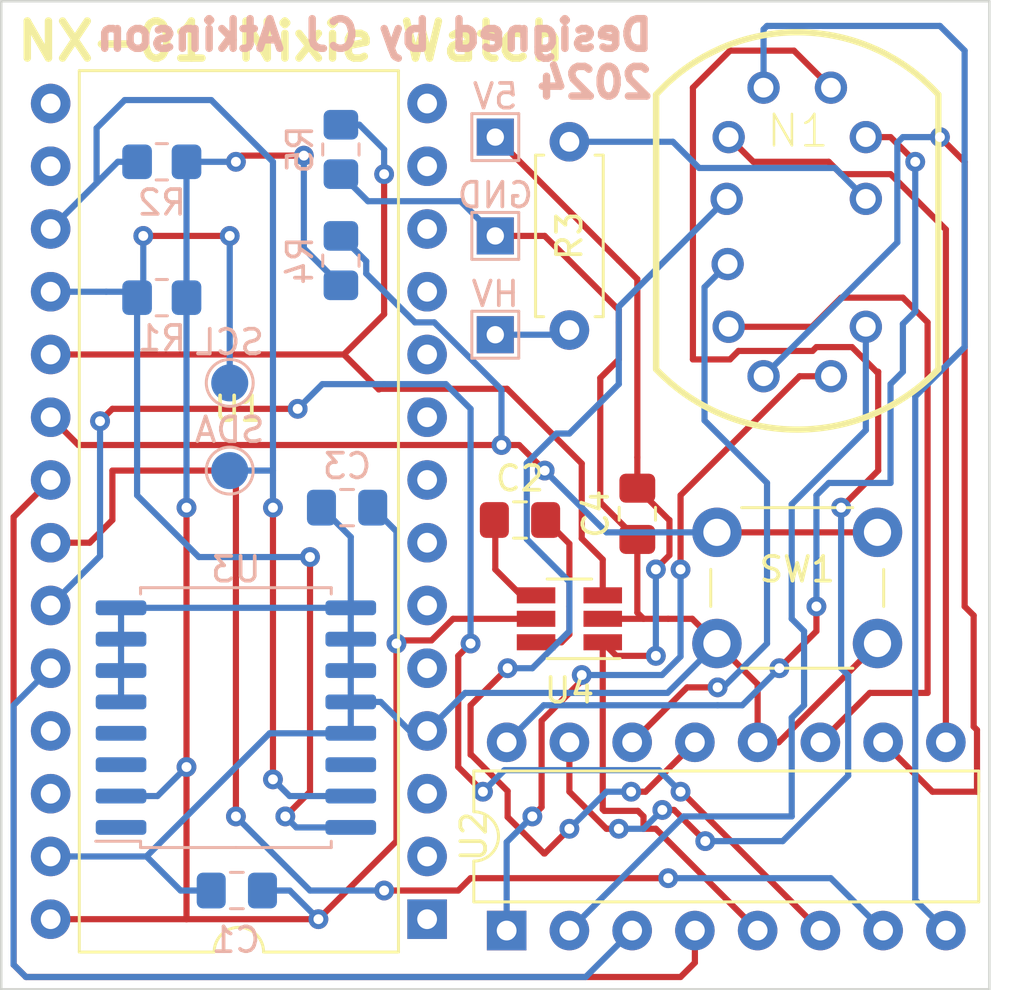
<source format=kicad_pcb>
(kicad_pcb (version 20221018) (generator pcbnew)
  (layers (0 "F.Cu" signal) (31 "B.Cu" signal) (34 "B.Paste" user) (35 "F.Paste" user) (36 "B.SilkS" user "B.Silkscreen") (37 "F.SilkS" user "F.Silkscreen") (38 "B.Mask" user) (39 "F.Mask" user) (44 "Edge.Cuts" user))
  (net 0 "")
  (net 1 "+BATT")
  (net 2 "GND")
  (net 3 "Net-(U4-C-)")
  (net 4 "Net-(U4-C+)")
  (net 5 "Net-(5V1-Pin_1)")
  (net 6 "Net-(N1-PadA)")
  (net 7 "Net-(U2-9)")
  (net 8 "Net-(U2-8)")
  (net 9 "Net-(U2-7)")
  (net 10 "Net-(U2-6)")
  (net 11 "Net-(U2-5)")
  (net 12 "Net-(U2-4)")
  (net 13 "Net-(U2-3)")
  (net 14 "Net-(U2-2)")
  (net 15 "Net-(U2-1)")
  (net 16 "Net-(U2-0)")
  (net 17 "Net-(HV1-Pin_1)")
  (net 18 "Net-(SCL1-Pin_1)")
  (net 19 "Net-(U1-D7)")
  (net 24 "Net-(U1-D5)")
  (net 25 "Net-(U1-D9)")
  (net 26 "Net-(U1-D10)")
  (net 27 "Net-(U1-D11)")
  (net 28 "Net-(U1-D12)")
  (net 35 "Net-(SDA1-Pin_1)")
  (footprint "nixies-us:nixies-us-IN-17" (layer "F.Cu") (at 202.22378 49.4986)
    (fp_text reference "N1" (at 0.02622 -4.2486 180) (layer "F.SilkS") (effects (font (size 1.27 1.27) (thickness 0.1016))))
    (fp_text value "IN-17" hide)
    (pad "" np_thru_hole circle (at 0 0) (size 3.99796 3.99796) (drill 3.99796) (layers "*.Cu" "*.Mask"))
    (pad "0" thru_hole circle (at 2.77622 -3.99796) (size 1.30556 1.30556) (drill 0.79756) (layers "*.Cu" "*.Mask") (net 16 "Net-(U2-0)"))
    (pad "1" thru_hole circle (at 1.36398 -5.99948) (size 1.30556 1.30556) (drill 0.79756) (layers "*.Cu" "*.Mask") (net 15 "Net-(U2-1)"))
    (pad "2" thru_hole circle (at -1.36398 -5.99948) (size 1.30556 1.30556) (drill 0.79756) (layers "*.Cu" "*.Mask") (net 14 "Net-(U2-2)"))
    (pad "3" thru_hole circle (at -2.77622 -3.99796) (size 1.30556 1.30556) (drill 0.79756) (layers "*.Cu" "*.Mask") (net 13 "Net-(U2-3)"))
    (pad "4" thru_hole circle (at -2.8575 -1.4986) (size 1.30556 1.30556) (drill 0.79756) (layers "*.Cu" "*.Mask") (net 12 "Net-(U2-4)"))
    (pad "5" thru_hole circle (at -2.81686 1.14046) (size 1.30556 1.30556) (drill 0.79756) (layers "*.Cu" "*.Mask") (net 11 "Net-(U2-5)"))
    (pad "6" thru_hole circle (at -2.77622 3.68046) (size 1.30556 1.30556) (drill 0.79756) (layers "*.Cu" "*.Mask") (net 10 "Net-(U2-6)"))
    (pad "7" thru_hole circle (at -1.36398 5.68198) (size 1.30556 1.30556) (drill 0.79756) (layers "*.Cu" "*.Mask") (net 9 "Net-(U2-7)"))
    (pad "8" thru_hole circle (at 1.36398 5.68198) (size 1.30556 1.30556) (drill 0.79756) (layers "*.Cu" "*.Mask") (net 8 "Net-(U2-8)"))
    (pad "9" thru_hole circle (at 2.77622 3.68046) (size 1.30556 1.30556) (drill 0.79756) (layers "*.Cu" "*.Mask") (net 7 "Net-(U2-9)"))
    (pad "A" thru_hole circle (at 2.77622 -1.4986) (size 1.30556 1.30556) (drill 0.79756) (layers "*.Cu" "*.Mask") (net 6 "Net-(N1-PadA)"))
  )
  (footprint "Capacitor_SMD:C_0805_2012Metric_Pad1.18x1.45mm_HandSolder" (layer "F.Cu") (at 191 61)
    (fp_text reference "C2" (at 0 -1.68) (layer "F.SilkS"))
    (fp_text value "1uF")
    (pad "1" smd roundrect (at -1.0375 0) (size 1.175 1.45) (layers "F.Cu" "F.Paste" "F.Mask") (roundrect_rratio 0.212766) (net 3 "Net-(U4-C-)"))
    (pad "2" smd roundrect (at 1.0375 0) (size 1.175 1.45) (layers "F.Cu" "F.Paste" "F.Mask") (roundrect_rratio 0.212766) (net 4 "Net-(U4-C+)"))
  )
  (footprint "Button_Switch_THT:SW_PUSH_6mm_H4.3mm" (layer "F.Cu") (at 198.97251 61.5)
    (fp_text reference "SW1" (at 3.25 1.5) (layer "F.SilkS"))
    (fp_text value "SW_Push")
    (pad "1" thru_hole circle (at 0 0 90) (size 2 2) (drill 1.1) (layers "*.Cu" "*.Mask") (net 19 "Net-(U1-D7)"))
    (pad "1" thru_hole circle (at 6.5 0 90) (size 2 2) (drill 1.1) (layers "*.Cu" "*.Mask") (net 19 "Net-(U1-D7)"))
    (pad "2" thru_hole circle (at 0 4.5 90) (size 2 2) (drill 1.1) (layers "*.Cu" "*.Mask") (net 2 "GND"))
    (pad "2" thru_hole circle (at 6.5 4.5 90) (size 2 2) (drill 1.1) (layers "*.Cu" "*.Mask") (net 2 "GND"))
  )
  (footprint "Package_DIP:DIP-28_W15.24mm" (layer "F.Cu") (at 187.24 77.16 180)
    (fp_text reference "U1" (at 7.62 20.66) (layer "F.SilkS"))
    (fp_text value "~")
    (pad "1" thru_hole rect (at 0 0 180) (size 1.6 1.6) (drill 0.8) (layers "*.Cu" "*.Mask"))
    (pad "2" thru_hole oval (at 0 2.54 180) (size 1.6 1.6) (drill 0.8) (layers "*.Cu" "*.Mask"))
    (pad "3" thru_hole oval (at 0 5.08 180) (size 1.6 1.6) (drill 0.8) (layers "*.Cu" "*.Mask"))
    (pad "4" thru_hole oval (at 0 7.62 180) (size 1.6 1.6) (drill 0.8) (layers "*.Cu" "*.Mask") (net 2 "GND"))
    (pad "5" thru_hole oval (at 0 10.16 180) (size 1.6 1.6) (drill 0.8) (layers "*.Cu" "*.Mask"))
    (pad "6" thru_hole oval (at 0 12.7 180) (size 1.6 1.6) (drill 0.8) (layers "*.Cu" "*.Mask"))
    (pad "7" thru_hole oval (at 0 15.24 180) (size 1.6 1.6) (drill 0.8) (layers "*.Cu" "*.Mask"))
    (pad "8" thru_hole oval (at 0 17.78 180) (size 1.6 1.6) (drill 0.8) (layers "*.Cu" "*.Mask"))
    (pad "9" thru_hole oval (at 0 20.32 180) (size 1.6 1.6) (drill 0.8) (layers "*.Cu" "*.Mask"))
    (pad "10" thru_hole oval (at 0 22.86 180) (size 1.6 1.6) (drill 0.8) (layers "*.Cu" "*.Mask"))
    (pad "11" thru_hole oval (at 0 25.4 180) (size 1.6 1.6) (drill 0.8) (layers "*.Cu" "*.Mask"))
    (pad "12" thru_hole oval (at 0 27.94 180) (size 1.6 1.6) (drill 0.8) (layers "*.Cu" "*.Mask"))
    (pad "13" thru_hole oval (at 0 30.48 180) (size 1.6 1.6) (drill 0.8) (layers "*.Cu" "*.Mask"))
    (pad "14" thru_hole oval (at 0 33.02 180) (size 1.6 1.6) (drill 0.8) (layers "*.Cu" "*.Mask"))
    (pad "15" thru_hole oval (at 15.24 33.02 180) (size 1.6 1.6) (drill 0.8) (layers "*.Cu" "*.Mask"))
    (pad "16" thru_hole oval (at 15.24 30.48 180) (size 1.6 1.6) (drill 0.8) (layers "*.Cu" "*.Mask"))
    (pad "17" thru_hole oval (at 15.24 27.94 180) (size 1.6 1.6) (drill 0.8) (layers "*.Cu" "*.Mask") (net 35 "Net-(SDA1-Pin_1)"))
    (pad "18" thru_hole oval (at 15.24 25.4 180) (size 1.6 1.6) (drill 0.8) (layers "*.Cu" "*.Mask") (net 18 "Net-(SCL1-Pin_1)"))
    (pad "19" thru_hole oval (at 15.24 22.86 180) (size 1.6 1.6) (drill 0.8) (layers "*.Cu" "*.Mask") (net 24 "Net-(U1-D5)"))
    (pad "20" thru_hole oval (at 15.24 20.32 180) (size 1.6 1.6) (drill 0.8) (layers "*.Cu" "*.Mask") (net 19 "Net-(U1-D7)"))
    (pad "21" thru_hole oval (at 15.24 17.78 180) (size 1.6 1.6) (drill 0.8) (layers "*.Cu" "*.Mask") (net 25 "Net-(U1-D9)"))
    (pad "22" thru_hole oval (at 15.24 15.24 180) (size 1.6 1.6) (drill 0.8) (layers "*.Cu" "*.Mask") (net 26 "Net-(U1-D10)"))
    (pad "23" thru_hole oval (at 15.24 12.7 180) (size 1.6 1.6) (drill 0.8) (layers "*.Cu" "*.Mask") (net 27 "Net-(U1-D11)"))
    (pad "24" thru_hole oval (at 15.24 10.16 180) (size 1.6 1.6) (drill 0.8) (layers "*.Cu" "*.Mask") (net 28 "Net-(U1-D12)"))
    (pad "25" thru_hole oval (at 15.24 7.62 180) (size 1.6 1.6) (drill 0.8) (layers "*.Cu" "*.Mask"))
    (pad "26" thru_hole oval (at 15.24 5.08 180) (size 1.6 1.6) (drill 0.8) (layers "*.Cu" "*.Mask"))
    (pad "27" thru_hole oval (at 15.24 2.54 180) (size 1.6 1.6) (drill 0.8) (layers "*.Cu" "*.Mask") (net 2 "GND"))
    (pad "28" thru_hole oval (at 15.24 0 180) (size 1.6 1.6) (drill 0.8) (layers "*.Cu" "*.Mask") (net 1 "+BATT"))
  )
  (footprint "Resistor_THT:R_Axial_DIN0207_L6.3mm_D2.5mm_P7.62mm_Horizontal" (layer "F.Cu") (at 193 53.31 90)
    (fp_text reference "R3" (at 3.81 0 90) (layer "F.SilkS"))
    (fp_text value "39K 1/4W")
    (pad "1" thru_hole circle (at 0 0 90) (size 1.6 1.6) (drill 0.8) (layers "*.Cu" "*.Mask") (net 17 "Net-(HV1-Pin_1)"))
    (pad "2" thru_hole oval (at 7.62 0 90) (size 1.6 1.6) (drill 0.8) (layers "*.Cu" "*.Mask") (net 6 "Net-(N1-PadA)"))
  )
  (footprint "Capacitor_SMD:C_0805_2012Metric_Pad1.18x1.45mm_HandSolder" (layer "F.Cu") (at 195.75 60.75 90)
    (fp_text reference "C4" (at 0 -1.68 90) (layer "F.SilkS"))
    (fp_text value "10uF")
    (pad "1" smd roundrect (at -1.0375 0 90) (size 1.175 1.45) (layers "F.Cu" "F.Paste" "F.Mask") (roundrect_rratio 0.212766) (net 2 "GND"))
    (pad "2" smd roundrect (at 1.0375 0 90) (size 1.175 1.45) (layers "F.Cu" "F.Paste" "F.Mask") (roundrect_rratio 0.212766) (net 5 "Net-(5V1-Pin_1)"))
  )
  (footprint "Package_TO_SOT_SMD:SOT-23-6_Handsoldering" (layer "F.Cu") (at 193 65 180)
    (fp_text reference "U4" (at 0 -2.9) (layer "F.SilkS"))
    (fp_text value "AP3602A")
    (pad "1" smd rect (at -1.35 -0.95 180) (size 1.56 0.65) (layers "F.Cu" "F.Paste" "F.Mask") (net 5 "Net-(5V1-Pin_1)"))
    (pad "2" smd rect (at -1.35 0 180) (size 1.56 0.65) (layers "F.Cu" "F.Paste" "F.Mask") (net 2 "GND"))
    (pad "3" smd rect (at -1.35 0.95 180) (size 1.56 0.65) (layers "F.Cu" "F.Paste" "F.Mask") (net 24 "Net-(U1-D5)"))
    (pad "4" smd rect (at 1.35 0.95 180) (size 1.56 0.65) (layers "F.Cu" "F.Paste" "F.Mask") (net 3 "Net-(U4-C-)"))
    (pad "5" smd rect (at 1.35 0 180) (size 1.56 0.65) (layers "F.Cu" "F.Paste" "F.Mask") (net 1 "+BATT"))
    (pad "6" smd rect (at 1.35 -0.95 180) (size 1.56 0.65) (layers "F.Cu" "F.Paste" "F.Mask") (net 4 "Net-(U4-C+)"))
  )
  (footprint "Package_DIP:DIP-16_W7.62mm" (layer "F.Cu") (at 190.46 77.62 90)
    (fp_text reference "U2" (at 3.81 -1.33 90) (layer "F.SilkS"))
    (fp_text value "74141")
    (pad "1" thru_hole rect (at 0 0 90) (size 1.6 1.6) (drill 0.8) (layers "*.Cu" "*.Mask") (net 8 "Net-(U2-8)"))
    (pad "2" thru_hole oval (at 0 2.54 90) (size 1.6 1.6) (drill 0.8) (layers "*.Cu" "*.Mask") (net 7 "Net-(U2-9)"))
    (pad "3" thru_hole oval (at 0 5.08 90) (size 1.6 1.6) (drill 0.8) (layers "*.Cu" "*.Mask") (net 28 "Net-(U1-D12)"))
    (pad "4" thru_hole oval (at 0 7.62 90) (size 1.6 1.6) (drill 0.8) (layers "*.Cu" "*.Mask") (net 25 "Net-(U1-D9)"))
    (pad "5" thru_hole oval (at 0 10.16 90) (size 1.6 1.6) (drill 0.8) (layers "*.Cu" "*.Mask") (net 5 "Net-(5V1-Pin_1)"))
    (pad "6" thru_hole oval (at 0 12.7 90) (size 1.6 1.6) (drill 0.8) (layers "*.Cu" "*.Mask") (net 27 "Net-(U1-D11)"))
    (pad "7" thru_hole oval (at 0 15.24 90) (size 1.6 1.6) (drill 0.8) (layers "*.Cu" "*.Mask") (net 26 "Net-(U1-D10)"))
    (pad "8" thru_hole oval (at 0 17.78 90) (size 1.6 1.6) (drill 0.8) (layers "*.Cu" "*.Mask") (net 14 "Net-(U2-2)"))
    (pad "9" thru_hole oval (at 7.62 17.78 90) (size 1.6 1.6) (drill 0.8) (layers "*.Cu" "*.Mask") (net 13 "Net-(U2-3)"))
    (pad "10" thru_hole oval (at 7.62 15.24 90) (size 1.6 1.6) (drill 0.8) (layers "*.Cu" "*.Mask") (net 9 "Net-(U2-7)"))
    (pad "11" thru_hole oval (at 7.62 12.7 90) (size 1.6 1.6) (drill 0.8) (layers "*.Cu" "*.Mask") (net 10 "Net-(U2-6)"))
    (pad "12" thru_hole oval (at 7.62 10.16 90) (size 1.6 1.6) (drill 0.8) (layers "*.Cu" "*.Mask") (net 2 "GND"))
    (pad "13" thru_hole oval (at 7.62 7.62 90) (size 1.6 1.6) (drill 0.8) (layers "*.Cu" "*.Mask") (net 12 "Net-(U2-4)"))
    (pad "14" thru_hole oval (at 7.62 5.08 90) (size 1.6 1.6) (drill 0.8) (layers "*.Cu" "*.Mask") (net 11 "Net-(U2-5)"))
    (pad "15" thru_hole oval (at 7.62 2.54 90) (size 1.6 1.6) (drill 0.8) (layers "*.Cu" "*.Mask") (net 15 "Net-(U2-1)"))
    (pad "16" thru_hole oval (at 7.62 0 90) (size 1.6 1.6) (drill 0.8) (layers "*.Cu" "*.Mask") (net 16 "Net-(U2-0)"))
  )
  (footprint "TestPoint:TestPoint_THTPad_1.5x1.5mm_Drill0.7mm" (layer "B.Cu") (at 190 45.5 180)
    (fp_text reference "5V" (at 0 1.648) (layer "B.SilkS") (effects (justify mirror)))
    (fp_text value "5V")
    (pad "1" thru_hole rect (at 0 0 180) (size 1.5 1.5) (drill 0.7) (layers "*.Cu" "*.Mask") (net 5 "Net-(5V1-Pin_1)"))
  )
  (footprint "Resistor_SMD:R_0805_2012Metric_Pad1.20x1.40mm_HandSolder" (layer "B.Cu") (at 176.5 46.5)
    (fp_text reference "R2" (at 0 1.65) (layer "B.SilkS") (effects (justify mirror)))
    (fp_text value "4.3K")
    (pad "1" smd roundrect (at -1 0) (size 1.2 1.4) (layers "B.Cu" "B.Paste" "B.Mask") (roundrect_rratio 0.208333) (net 35 "Net-(SDA1-Pin_1)"))
    (pad "2" smd roundrect (at 1 0) (size 1.2 1.4) (layers "B.Cu" "B.Paste" "B.Mask") (roundrect_rratio 0.208333) (net 1 "+BATT"))
  )
  (footprint "TestPoint:TestPoint_Pad_D1.5mm" (layer "B.Cu") (at 179.25 59 180)
    (fp_text reference "SDA" (at 0 1.648) (layer "B.SilkS") (effects (justify mirror)))
    (fp_text value "Conn_01x01_Pin")
    (pad "1" smd circle (at 0 0 180) (size 1.5 1.5) (layers "B.Cu" "B.Mask") (net 35 "Net-(SDA1-Pin_1)"))
  )
  (footprint "Resistor_SMD:R_0805_2012Metric_Pad1.20x1.40mm_HandSolder" (layer "B.Cu") (at 183.75 50.5 -90)
    (fp_text reference "R4" (at 0 1.65 90) (layer "B.SilkS") (effects (justify mirror)))
    (fp_text value "1K")
    (pad "1" smd roundrect (at -1 0 270) (size 1.2 1.4) (layers "B.Cu" "B.Paste" "B.Mask") (roundrect_rratio 0.208333) (net 19 "Net-(U1-D7)"))
    (pad "2" smd roundrect (at 1 0 270) (size 1.2 1.4) (layers "B.Cu" "B.Paste" "B.Mask") (roundrect_rratio 0.208333) (net 1 "+BATT"))
  )
  (footprint "TestPoint:TestPoint_THTPad_1.5x1.5mm_Drill0.7mm" (layer "B.Cu") (at 190 53.5 180)
    (fp_text reference "HV" (at 0 1.648) (layer "B.SilkS") (effects (justify mirror)))
    (fp_text value "HV")
    (pad "1" thru_hole rect (at 0 0 180) (size 1.5 1.5) (drill 0.7) (layers "*.Cu" "*.Mask") (net 17 "Net-(HV1-Pin_1)"))
  )
  (footprint "Resistor_SMD:R_0805_2012Metric_Pad1.20x1.40mm_HandSolder" (layer "B.Cu") (at 176.5 52)
    (fp_text reference "R1" (at 0 1.65) (layer "B.SilkS") (effects (justify mirror)))
    (fp_text value "4.3K")
    (pad "1" smd roundrect (at -1 0) (size 1.2 1.4) (layers "B.Cu" "B.Paste" "B.Mask") (roundrect_rratio 0.208333) (net 18 "Net-(SCL1-Pin_1)"))
    (pad "2" smd roundrect (at 1 0) (size 1.2 1.4) (layers "B.Cu" "B.Paste" "B.Mask") (roundrect_rratio 0.208333) (net 1 "+BATT"))
  )
  (footprint "TestPoint:TestPoint_THTPad_1.5x1.5mm_Drill0.7mm" (layer "B.Cu") (at 190 49.5 180)
    (fp_text reference "GND" (at 0 1.648) (layer "B.SilkS") (effects (justify mirror)))
    (fp_text value "GND")
    (pad "1" thru_hole rect (at 0 0 180) (size 1.5 1.5) (drill 0.7) (layers "*.Cu" "*.Mask") (net 2 "GND"))
  )
  (footprint "Resistor_SMD:R_0805_2012Metric_Pad1.20x1.40mm_HandSolder" (layer "B.Cu") (at 183.75 46 -90)
    (fp_text reference "R5" (at 0 1.65 90) (layer "B.SilkS") (effects (justify mirror)))
    (fp_text value "100K")
    (pad "1" smd roundrect (at -1 0 270) (size 1.2 1.4) (layers "B.Cu" "B.Paste" "B.Mask") (roundrect_rratio 0.208333) (net 24 "Net-(U1-D5)"))
    (pad "2" smd roundrect (at 1 0 270) (size 1.2 1.4) (layers "B.Cu" "B.Paste" "B.Mask") (roundrect_rratio 0.208333) (net 2 "GND"))
  )
  (footprint "Package_SO:SOIC-16W_7.5x10.3mm_P1.27mm" (layer "B.Cu") (at 179.5 69)
    (fp_text reference "U3" (at 0 -6) (layer "B.SilkS") (effects (justify mirror)))
    (fp_text value "DS3231M")
    (pad "1" smd roundrect (at -4.65 4.445) (size 2.05 0.6) (layers "B.Cu" "B.Paste" "B.Mask"))
    (pad "2" smd roundrect (at -4.65 3.175) (size 2.05 0.6) (layers "B.Cu" "B.Paste" "B.Mask") (net 1 "+BATT"))
    (pad "3" smd roundrect (at -4.65 1.905) (size 2.05 0.6) (layers "B.Cu" "B.Paste" "B.Mask"))
    (pad "4" smd roundrect (at -4.65 0.635) (size 2.05 0.6) (layers "B.Cu" "B.Paste" "B.Mask"))
    (pad "5" smd roundrect (at -4.65 -0.635) (size 2.05 0.6) (layers "B.Cu" "B.Paste" "B.Mask") (net 2 "GND"))
    (pad "6" smd roundrect (at -4.65 -1.905) (size 2.05 0.6) (layers "B.Cu" "B.Paste" "B.Mask") (net 2 "GND"))
    (pad "7" smd roundrect (at -4.65 -3.175) (size 2.05 0.6) (layers "B.Cu" "B.Paste" "B.Mask") (net 2 "GND"))
    (pad "8" smd roundrect (at -4.65 -4.445) (size 2.05 0.6) (layers "B.Cu" "B.Paste" "B.Mask") (net 2 "GND"))
    (pad "9" smd roundrect (at 4.65 -4.445) (size 2.05 0.6) (layers "B.Cu" "B.Paste" "B.Mask") (net 2 "GND"))
    (pad "10" smd roundrect (at 4.65 -3.175) (size 2.05 0.6) (layers "B.Cu" "B.Paste" "B.Mask") (net 2 "GND"))
    (pad "11" smd roundrect (at 4.65 -1.905) (size 2.05 0.6) (layers "B.Cu" "B.Paste" "B.Mask") (net 2 "GND"))
    (pad "12" smd roundrect (at 4.65 -0.635) (size 2.05 0.6) (layers "B.Cu" "B.Paste" "B.Mask") (net 2 "GND"))
    (pad "13" smd roundrect (at 4.65 0.635) (size 2.05 0.6) (layers "B.Cu" "B.Paste" "B.Mask") (net 2 "GND"))
    (pad "14" smd roundrect (at 4.65 1.905) (size 2.05 0.6) (layers "B.Cu" "B.Paste" "B.Mask"))
    (pad "15" smd roundrect (at 4.65 3.175) (size 2.05 0.6) (layers "B.Cu" "B.Paste" "B.Mask") (net 35 "Net-(SDA1-Pin_1)"))
    (pad "16" smd roundrect (at 4.65 4.445) (size 2.05 0.6) (layers "B.Cu" "B.Paste" "B.Mask") (net 18 "Net-(SCL1-Pin_1)"))
  )
  (footprint "Capacitor_SMD:C_0805_2012Metric_Pad1.18x1.45mm_HandSolder" (layer "B.Cu") (at 179.5375 76 180)
    (fp_text reference "C1" (at 0.0375 -2) (layer "B.SilkS") (effects (justify mirror)))
    (fp_text value "0.1-1uF")
    (pad "1" smd roundrect (at -1.0375 0 180) (size 1.175 1.45) (layers "B.Cu" "B.Paste" "B.Mask") (roundrect_rratio 0.212766) (net 1 "+BATT"))
    (pad "2" smd roundrect (at 1.0375 0 180) (size 1.175 1.45) (layers "B.Cu" "B.Paste" "B.Mask") (roundrect_rratio 0.212766) (net 2 "GND"))
  )
  (footprint "TestPoint:TestPoint_Pad_D1.5mm" (layer "B.Cu") (at 179.25 55.45 180)
    (fp_text reference "SCL" (at 0 1.648) (layer "B.SilkS") (effects (justify mirror)))
    (fp_text value "Conn_01x01_Pin")
    (pad "1" smd circle (at 0 0 180) (size 1.5 1.5) (layers "B.Cu" "B.Mask") (net 18 "Net-(SCL1-Pin_1)"))
  )
  (footprint "Capacitor_SMD:C_0805_2012Metric_Pad1.18x1.45mm_HandSolder" (layer "B.Cu") (at 184 60.5 180)
    (fp_text reference "C3" (at 0 1.68) (layer "B.SilkS") (effects (justify mirror)))
    (fp_text value "10uF")
    (pad "1" smd roundrect (at -1.0375 0 180) (size 1.175 1.45) (layers "B.Cu" "B.Paste" "B.Mask") (roundrect_rratio 0.212766) (net 1 "+BATT"))
    (pad "2" smd roundrect (at 1.0375 0 180) (size 1.175 1.45) (layers "B.Cu" "B.Paste" "B.Mask") (roundrect_rratio 0.212766) (net 2 "GND"))
  )
  (gr_line (start 210 80) (end 170 80) (stroke (width 0.1)) (layer "Edge.Cuts"))
  (gr_line (start 170 40) (end 210 40) (stroke (width 0.1)) (layer "Edge.Cuts"))
  (gr_line (start 210 40) (end 210 80) (stroke (width 0.1)) (layer "Edge.Cuts"))
  (gr_line (start 170 80) (end 170 40) (stroke (width 0.1)) (layer "Edge.Cuts"))
  (gr_text "Designed by CJ Atkinson\n2024" (at 196.5 44) (layer "B.SilkS") (effects (font (size 1.2 1.2) (thickness 0.3) bold) (justify left bottom mirror)))
  (gr_text "NX-01 Nixie Watch" (at 170.5 42.5) (layer "F.SilkS") (effects (font (size 1.5 1.5) (thickness 0.3) bold) (justify left bottom)))
  (segment (start 188.290991 65) (end 187.415991 65.875) (width 0.25) (layer "F.Cu") (net 1))
  (segment (start 186.125 65.875) (end 186 66) (width 0.25) (layer "F.Cu") (net 1))
  (segment (start 177.5 71) (end 177.5 77.16) (width 0.25) (layer "F.Cu") (net 1))
  (segment (start 177.5 60.5) (end 177.5 71) (width 0.25) (layer "F.Cu") (net 1))
  (segment (start 182.84 77.16) (end 186 74) (width 0.25) (layer "F.Cu") (net 1))
  (segment (start 177.5 77.16) (end 172 77.16) (width 0.25) (layer "F.Cu") (net 1))
  (segment (start 191.65 65) (end 188.290991 65) (width 0.25) (layer "F.Cu") (net 1))
  (segment (start 179.75 46.25) (end 179.5 46.5) (width 0.25) (layer "F.Cu") (net 1))
  (segment (start 182.84 77.16) (end 177.5 77.16) (width 0.25) (layer "F.Cu") (net 1))
  (segment (start 187.415991 65.875) (end 186.125 65.875) (width 0.25) (layer "F.Cu") (net 1))
  (segment (start 182.25 46.25) (end 179.75 46.25) (width 0.25) (layer "F.Cu") (net 1))
  (segment (start 186 74) (end 186 66) (width 0.25) (layer "F.Cu") (net 1))
  (via (at 182.84 77.16) (size 0.8) (drill 0.4) (layers "F.Cu" "B.Cu") (net 1))
  (via (at 179.5 46.5) (size 0.8) (drill 0.4) (layers "F.Cu" "B.Cu") (net 1))
  (via (at 177.5 60.5) (size 0.8) (drill 0.4) (layers "F.Cu" "B.Cu") (net 1))
  (via (at 186 66) (size 0.8) (drill 0.4) (layers "F.Cu" "B.Cu") (net 1))
  (via (at 177.5 71) (size 0.8) (drill 0.4) (layers "F.Cu" "B.Cu") (net 1))
  (via (at 182.25 46.25) (size 0.8) (drill 0.4) (layers "F.Cu" "B.Cu") (net 1))
  (segment (start 181.68 76) (end 182.84 77.16) (width 0.25) (layer "B.Cu") (net 1))
  (segment (start 179.5 46.5) (end 177.5 46.5) (width 0.25) (layer "B.Cu") (net 1))
  (segment (start 186 61.4625) (end 186 66) (width 0.25) (layer "B.Cu") (net 1))
  (segment (start 185.0375 60.5) (end 186 61.4625) (width 0.25) (layer "B.Cu") (net 1))
  (segment (start 176.325 72.175) (end 174.85 72.175) (width 0.25) (layer "B.Cu") (net 1))
  (segment (start 177.5 52) (end 177.5 60.5) (width 0.25) (layer "B.Cu") (net 1))
  (segment (start 182.25 50) (end 182.25 46.25) (width 0.25) (layer "B.Cu") (net 1))
  (segment (start 177.5 46.5) (end 177.5 52) (width 0.25) (layer "B.Cu") (net 1))
  (segment (start 177.5 71) (end 176.325 72.175) (width 0.25) (layer "B.Cu") (net 1))
  (segment (start 183.75 51.5) (end 182.25 50) (width 0.25) (layer "B.Cu") (net 1))
  (segment (start 180.575 76) (end 181.68 76) (width 0.25) (layer "B.Cu") (net 1))
  (segment (start 196 65) (end 197 65) (width 0.25) (layer "F.Cu") (net 2))
  (segment (start 194.35 65) (end 196 65) (width 0.25) (layer "F.Cu") (net 2))
  (segment (start 205.47251 66) (end 201.47251 70) (width 0.25) (layer "F.Cu") (net 2))
  (segment (start 195 54.5) (end 194.25 55.25) (width 0.25) (layer "F.Cu") (net 2))
  (segment (start 200.62 70) (end 200.62 67.64749) (width 0.25) (layer "F.Cu") (net 2))
  (segment (start 192 49.5) (end 195 52.5) (width 0.25) (layer "F.Cu") (net 2))
  (segment (start 200.62 67.64749) (end 198.97251 66) (width 0.25) (layer "F.Cu") (net 2))
  (segment (start 190 49.5) (end 192 49.5) (width 0.25) (layer "F.Cu") (net 2))
  (segment (start 197 65) (end 197.97251 65) (width 0.25) (layer "F.Cu") (net 2))
  (segment (start 194.25 55.25) (end 194.25 60.2875) (width 0.25) (layer "F.Cu") (net 2))
  (segment (start 201.47251 70) (end 200.62 70) (width 0.25) (layer "F.Cu") (net 2))
  (segment (start 195.75 64.75) (end 195.75 61.7875) (width 0.25) (layer "F.Cu") (net 2))
  (segment (start 196 65) (end 195.75 64.75) (width 0.25) (layer "F.Cu") (net 2))
  (segment (start 197.97251 65) (end 198.97251 66) (width 0.25) (layer "F.Cu") (net 2))
  (segment (start 195 52.5) (end 195 54.5) (width 0.25) (layer "F.Cu") (net 2))
  (segment (start 194.25 60.2875) (end 195.75 61.7875) (width 0.25) (layer "F.Cu") (net 2))
  (segment (start 188.78 68) (end 187.24 69.54) (width 0.25) (layer "B.Cu") (net 2))
  (segment (start 184.15 61.6875) (end 184.15 64.555) (width 0.25) (layer "B.Cu") (net 2))
  (segment (start 175.88 74.62) (end 180.865 69.635) (width 0.25) (layer "B.Cu") (net 2))
  (segment (start 198.97251 66) (end 196.97251 68) (width 0.25) (layer "B.Cu") (net 2))
  (segment (start 172 74.62) (end 175.88 74.62) (width 0.25) (layer "B.Cu") (net 2))
  (segment (start 182.9625 60.5) (end 184.15 61.6875) (width 0.25) (layer "B.Cu") (net 2))
  (segment (start 184.15 68.365) (end 185.365 68.365) (width 0.25) (layer "B.Cu") (net 2))
  (segment (start 184.15 67.095) (end 184.15 65.825) (width 0.25) (layer "B.Cu") (net 2))
  (segment (start 183.75 47) (end 184.845 48.095) (width 0.25) (layer "B.Cu") (net 2))
  (segment (start 174.85 67.095) (end 174.85 68.365) (width 0.25) (layer "B.Cu") (net 2))
  (segment (start 177.26 76) (end 175.88 74.62) (width 0.25) (layer "B.Cu") (net 2))
  (segment (start 184.15 65.825) (end 184.15 64.555) (width 0.25) (layer "B.Cu") (net 2))
  (segment (start 196.97251 68) (end 188.78 68) (width 0.25) (layer "B.Cu") (net 2))
  (segment (start 186.54 69.54) (end 187.24 69.54) (width 0.25) (layer "B.Cu") (net 2))
  (segment (start 184.845 48.095) (end 188.595 48.095) (width 0.25) (layer "B.Cu") (net 2))
  (segment (start 184.15 69.635) (end 184.15 68.365) (width 0.25) (layer "B.Cu") (net 2))
  (segment (start 178.5 76) (end 177.26 76) (width 0.25) (layer "B.Cu") (net 2))
  (segment (start 188.595 48.095) (end 190 49.5) (width 0.25) (layer "B.Cu") (net 2))
  (segment (start 184.15 68.365) (end 184.15 67.095) (width 0.25) (layer "B.Cu") (net 2))
  (segment (start 174.85 64.555) (end 174.85 65.825) (width 0.25) (layer "B.Cu") (net 2))
  (segment (start 180.865 69.635) (end 184.15 69.635) (width 0.25) (layer "B.Cu") (net 2))
  (segment (start 184.15 69.635) (end 184.865 69.635) (width 0.25) (layer "B.Cu") (net 2))
  (segment (start 184.15 64.555) (end 174.85 64.555) (width 0.25) (layer "B.Cu") (net 2))
  (segment (start 185.365 68.365) (end 186.54 69.54) (width 0.25) (layer "B.Cu") (net 2))
  (segment (start 174.85 65.825) (end 174.85 67.095) (width 0.25) (layer "B.Cu") (net 2))
  (segment (start 191.05 64.05) (end 191.65 64.05) (width 0.25) (layer "F.Cu") (net 3))
  (segment (start 190 63) (end 191.05 64.05) (width 0.25) (layer "F.Cu") (net 3))
  (segment (start 189.9625 61) (end 190 61.0375) (width 0.25) (layer "F.Cu") (net 3))
  (segment (start 190 61.0375) (end 190 63) (width 0.25) (layer "F.Cu") (net 3))
  (segment (start 193 61.9625) (end 193 65.63) (width 0.25) (layer "F.Cu") (net 4))
  (segment (start 193 65.63) (end 192.68 65.95) (width 0.25) (layer "F.Cu") (net 4))
  (segment (start 192.68 65.95) (end 191.65 65.95) (width 0.25) (layer "F.Cu") (net 4))
  (segment (start 192.0375 61) (end 193 61.9625) (width 0.25) (layer "F.Cu") (net 4))
  (segment (start 197.05 62.424695) (end 197.05 61) (width 0.25) (layer "F.Cu") (net 5))
  (segment (start 194.9 66.5) (end 194.35 65.95) (width 0.25) (layer "F.Cu") (net 5))
  (segment (start 195 50.5) (end 195.75 51.25) (width 0.25) (layer "F.Cu") (net 5))
  (segment (start 195.75 58.4625) (end 195.75 59.7125) (width 0.25) (layer "F.Cu") (net 5))
  (segment (start 197.05 61) (end 197.0375 61) (width 0.25) (layer "F.Cu") (net 5))
  (segment (start 196.5 63) (end 196.5 62.974695) (width 0.25) (layer "F.Cu") (net 5))
  (segment (start 196.5 62.974695) (end 197.05 62.424695) (width 0.25) (layer "F.Cu") (net 5))
  (segment (start 194.411396 72.775) (end 194.35 72.713604) (width 0.25) (layer "F.Cu") (net 5))
  (segment (start 200.62 77.62) (end 196.5 73.5) (width 0.25) (layer "F.Cu") (net 5))
  (segment (start 190 45.5) (end 195 50.5) (width 0.25) (layer "F.Cu") (net 5))
  (segment (start 194.35 72.713604) (end 194.35 65.95) (width 0.25) (layer "F.Cu") (net 5))
  (segment (start 195.75 51.25) (end 195.75 58.4625) (width 0.25) (layer "F.Cu") (net 5))
  (segment (start 196.5 73.5) (end 196 73.5) (width 0.25) (layer "F.Cu") (net 5))
  (segment (start 195.775 72.775) (end 194.411396 72.775) (width 0.25) (layer "F.Cu") (net 5))
  (segment (start 197.0375 61) (end 195.75 59.7125) (width 0.25) (layer "F.Cu") (net 5))
  (segment (start 190 46) (end 190 45.5) (width 0.25) (layer "F.Cu") (net 5))
  (segment (start 196 73) (end 195.775 72.775) (width 0.25) (layer "F.Cu") (net 5))
  (segment (start 196.5 66.5) (end 194.9 66.5) (width 0.25) (layer "F.Cu") (net 5))
  (segment (start 196 73.5) (end 196 73) (width 0.25) (layer "F.Cu") (net 5))
  (via (at 196.5 66.5) (size 0.8) (drill 0.4) (layers "F.Cu" "B.Cu") (net 5))
  (via (at 196.5 63) (size 0.8) (drill 0.4) (layers "F.Cu" "B.Cu") (net 5))
  (segment (start 196.5 63) (end 196.5 66.5) (width 0.25) (layer "B.Cu") (net 5))
  (segment (start 205 48) (end 203.75 46.75) (width 0.25) (layer "B.Cu") (net 6))
  (segment (start 198.25 46.75) (end 197.19 45.69) (width 0.25) (layer "B.Cu") (net 6))
  (segment (start 203.75 46.75) (end 198.25 46.75) (width 0.25) (layer "B.Cu") (net 6))
  (segment (start 197.19 45.69) (end 193 45.69) (width 0.25) (layer "B.Cu") (net 6))
  (segment (start 202.5 65.5) (end 202.5 68.5) (width 0.25) (layer "B.Cu") (net 7))
  (segment (start 205 57.363604) (end 202 60.363604) (width 0.25) (layer "B.Cu") (net 7))
  (segment (start 202 73) (end 197.62 73) (width 0.25) (layer "B.Cu") (net 7))
  (segment (start 202.5 68.5) (end 202 69) (width 0.25) (layer "B.Cu") (net 7))
  (segment (start 202 60.363604) (end 202 65) (width 0.25) (layer "B.Cu") (net 7))
  (segment (start 197.62 73) (end 193 77.62) (width 0.25) (layer "B.Cu") (net 7))
  (segment (start 205 53.17906) (end 205 57.363604) (width 0.25) (layer "B.Cu") (net 7))
  (segment (start 202 65) (end 202.5 65.5) (width 0.25) (layer "B.Cu") (net 7))
  (segment (start 202 69) (end 202 73) (width 0.25) (layer "B.Cu") (net 7))
  (segment (start 191.875 69.125) (end 193.5 67.5) (width 0.25) (layer "F.Cu") (net 8))
  (segment (start 203.58776 55.18058) (end 202.31942 55.18058) (width 0.25) (layer "F.Cu") (net 8))
  (segment (start 191.875 72.625) (end 191.875 69.125) (width 0.25) (layer "F.Cu") (net 8))
  (segment (start 191.5 73) (end 191.875 72.625) (width 0.25) (layer "F.Cu") (net 8))
  (segment (start 197.5 60) (end 197.5 63) (width 0.25) (layer "F.Cu") (net 8))
  (segment (start 202.31942 55.18058) (end 197.5 60) (width 0.25) (layer "F.Cu") (net 8))
  (segment (start 193.5 67.5) (end 193.5 67.2755) (width 0.25) (layer "F.Cu") (net 8))
  (via (at 191.5 73) (size 0.8) (drill 0.4) (layers "F.Cu" "B.Cu") (net 8))
  (via (at 193.5 67.2755) (size 0.8) (drill 0.4) (layers "F.Cu" "B.Cu") (net 8))
  (via (at 197.5 63) (size 0.8) (drill 0.4) (layers "F.Cu" "B.Cu") (net 8))
  (segment (start 190.46 74.04) (end 191.5 73) (width 0.25) (layer "B.Cu") (net 8))
  (segment (start 196.749805 67.2755) (end 197.5 66.525305) (width 0.25) (layer "B.Cu") (net 8))
  (segment (start 197.5 66.525305) (end 197.5 63) (width 0.25) (layer "B.Cu") (net 8))
  (segment (start 193.5 67.2755) (end 196.749805 67.2755) (width 0.25) (layer "B.Cu") (net 8))
  (segment (start 190.46 77.62) (end 190.46 74.04) (width 0.25) (layer "B.Cu") (net 8))
  (segment (start 209 64.5) (end 209.365 64.865) (width 0.25) (layer "F.Cu") (net 9))
  (segment (start 209 46.5) (end 209 64.5) (width 0.25) (layer "F.Cu") (net 9))
  (segment (start 209.5 69.5) (end 209.5 72) (width 0.25) (layer "F.Cu") (net 9))
  (segment (start 209.365 69.365) (end 209.5 69.5) (width 0.25) (layer "F.Cu") (net 9))
  (segment (start 209.5 72) (end 207.7 72) (width 0.25) (layer "F.Cu") (net 9))
  (segment (start 209.365 64.865) (end 209.365 69.365) (width 0.25) (layer "F.Cu") (net 9))
  (segment (start 207.7 72) (end 205.7 70) (width 0.25) (layer "F.Cu") (net 9))
  (segment (start 208 45.5) (end 209 46.5) (width 0.25) (layer "F.Cu") (net 9))
  (via (at 208 45.5) (size 0.8) (drill 0.4) (layers "F.Cu" "B.Cu") (net 9))
  (segment (start 206.275 45.725) (end 206.5 45.5) (width 0.25) (layer "B.Cu") (net 9))
  (segment (start 206.275 49.76538) (end 206.275 45.725) (width 0.25) (layer "B.Cu") (net 9))
  (segment (start 200.8598 55.18058) (end 206.275 49.76538) (width 0.25) (layer "B.Cu") (net 9))
  (segment (start 206.5 45.5) (end 208 45.5) (width 0.25) (layer "B.Cu") (net 9))
  (segment (start 205.16 68) (end 207.5 68) (width 0.25) (layer "F.Cu") (net 10))
  (segment (start 207.5 68) (end 207.5 53) (width 0.25) (layer "F.Cu") (net 10))
  (segment (start 202.82094 53.17906) (end 199.44756 53.17906) (width 0.25) (layer "F.Cu") (net 10))
  (segment (start 207.5 53) (end 206.5 52) (width 0.25) (layer "F.Cu") (net 10))
  (segment (start 204 52) (end 202.82094 53.17906) (width 0.25) (layer "F.Cu") (net 10))
  (segment (start 203.16 70) (end 205.16 68) (width 0.25) (layer "F.Cu") (net 10))
  (segment (start 206.5 52) (end 204 52) (width 0.25) (layer "F.Cu") (net 10))
  (segment (start 197.7645 67.7755) (end 199 67.7755) (width 0.25) (layer "F.Cu") (net 11))
  (segment (start 195.54 70) (end 197.7645 67.7755) (width 0.25) (layer "F.Cu") (net 11))
  (via (at 199 67.7755) (size 0.8) (drill 0.4) (layers "F.Cu" "B.Cu") (net 11))
  (segment (start 201 59.5) (end 198.46978 56.96978) (width 0.25) (layer "B.Cu") (net 11))
  (segment (start 199.2245 67.7755) (end 201 66) (width 0.25) (layer "B.Cu") (net 11))
  (segment (start 201 66) (end 201 59.5) (width 0.25) (layer "B.Cu") (net 11))
  (segment (start 198.46978 51.5762) (end 199.40692 50.63906) (width 0.25) (layer "B.Cu") (net 11))
  (segment (start 199 67.7755) (end 199.2245 67.7755) (width 0.25) (layer "B.Cu") (net 11))
  (segment (start 198.46978 56.96978) (end 198.46978 51.5762) (width 0.25) (layer "B.Cu") (net 11))
  (segment (start 190.5 73) (end 190.5 73.025305) (width 0.25) (layer "F.Cu") (net 12))
  (segment (start 190.012653 71.487348) (end 190.5 71.974695) (width 0.25) (layer "F.Cu") (net 12))
  (segment (start 190.5 73.025305) (end 191.974695 74.5) (width 0.25) (layer "F.Cu") (net 12))
  (segment (start 190.5 67) (end 189 68.5) (width 0.25) (layer "F.Cu") (net 12))
  (segment (start 189 68.5) (end 189 70.5) (width 0.25) (layer "F.Cu") (net 12))
  (segment (start 191.974695 74.5) (end 192 74.5) (width 0.25) (layer "F.Cu") (net 12))
  (segment (start 192 74.5) (end 193 73.5) (width 0.25) (layer "F.Cu") (net 12))
  (segment (start 195.5 72) (end 196.08 72) (width 0.25) (layer "F.Cu") (net 12))
  (segment (start 189.025305 70.5) (end 190.012653 71.487348) (width 0.25) (layer "F.Cu") (net 12))
  (segment (start 189 70.5) (end 189.025305 70.5) (width 0.25) (layer "F.Cu") (net 12))
  (segment (start 190.5 71.974695) (end 190.5 73) (width 0.25) (layer "F.Cu") (net 12))
  (segment (start 196.08 72) (end 198.08 70) (width 0.25) (layer "F.Cu") (net 12))
  (via (at 193 73.5) (size 0.8) (drill 0.4) (layers "F.Cu" "B.Cu") (net 12))
  (via (at 195.5 72) (size 0.8) (drill 0.4) (layers "F.Cu" "B.Cu") (net 12))
  (via (at 190.5 67) (size 0.8) (drill 0.4) (layers "F.Cu" "B.Cu") (net 12))
  (segment (start 195 52.36628) (end 195 53) (width 0.25) (layer "B.Cu") (net 12))
  (segment (start 195 53) (end 195 55.5) (width 0.25) (layer "B.Cu") (net 12))
  (segment (start 192 62.5) (end 193 63.5) (width 0.25) (layer "B.Cu") (net 12))
  (segment (start 191.275 58.699695) (end 191.275 61.775) (width 0.25) (layer "B.Cu") (net 12))
  (segment (start 194.5 72) (end 195.5 72) (width 0.25) (layer "B.Cu") (net 12))
  (segment (start 193 57.5) (end 192.474695 57.5) (width 0.25) (layer "B.Cu") (net 12))
  (segment (start 193 73.5) (end 194.5 72) (width 0.25) (layer "B.Cu") (net 12))
  (segment (start 191.275 61.775) (end 192 62.5) (width 0.25) (layer "B.Cu") (net 12))
  (segment (start 193 65.5) (end 191.5 67) (width 0.25) (layer "B.Cu") (net 12))
  (segment (start 195 55.5) (end 193 57.5) (width 0.25) (layer "B.Cu") (net 12))
  (segment (start 199.36628 48) (end 195 52.36628) (width 0.25) (layer "B.Cu") (net 12))
  (segment (start 191.5 67) (end 190.5 67) (width 0.25) (layer "B.Cu") (net 12))
  (segment (start 192.474695 57.5) (end 191.275 58.699695) (width 0.25) (layer "B.Cu") (net 12))
  (segment (start 193 63.5) (end 193 64.5) (width 0.25) (layer "B.Cu") (net 12))
  (segment (start 193 64.5) (end 193 65.5) (width 0.25) (layer "B.Cu") (net 12))
  (segment (start 208.24 70) (end 208.24 49.24) (width 0.25) (layer "F.Cu") (net 13))
  (segment (start 206 47) (end 204 47) (width 0.25) (layer "F.Cu") (net 13))
  (segment (start 208.24 49.24) (end 206 47) (width 0.25) (layer "F.Cu") (net 13))
  (segment (start 200.44692 46.5) (end 199.44756 45.50064) (width 0.25) (layer "F.Cu") (net 13))
  (segment (start 204 47) (end 203.5 46.5) (width 0.25) (layer "F.Cu") (net 13))
  (segment (start 203.5 46.5) (end 200.44692 46.5) (width 0.25) (layer "F.Cu") (net 13))
  (segment (start 209 54) (end 209 42) (width 0.25) (layer "B.Cu") (net 14))
  (segment (start 207 76.38) (end 207 56) (width 0.25) (layer "B.Cu") (net 14))
  (segment (start 208.24 77.62) (end 207 76.38) (width 0.25) (layer "B.Cu") (net 14))
  (segment (start 207 56) (end 209 54) (width 0.25) (layer "B.Cu") (net 14))
  (segment (start 200.8598 41.1402) (end 200.8598 43.49912) (width 0.25) (layer "B.Cu") (net 14))
  (segment (start 208 41) (end 201 41) (width 0.25) (layer "B.Cu") (net 14))
  (segment (start 209 42) (end 208 41) (width 0.25) (layer "B.Cu") (net 14))
  (segment (start 201 41) (end 200.8598 41.1402) (width 0.25) (layer "B.Cu") (net 14))
  (segment (start 204 60.5) (end 205.5 59) (width 0.25) (layer "F.Cu") (net 15))
  (segment (start 198 54.5) (end 198 43.5) (width 0.25) (layer "F.Cu") (net 15))
  (segment (start 193 70) (end 193 72) (width 0.25) (layer "F.Cu") (net 15))
  (segment (start 196.762299 72.737701) (end 197.237701 72.737701) (width 0.25) (layer "F.Cu") (net 15))
  (segment (start 204.43815 54) (end 203 54) (width 0.25) (layer "F.Cu") (net 15))
  (segment (start 198 43.5) (end 199.5 42) (width 0.25) (layer "F.Cu") (net 15))
  (segment (start 199.5 42) (end 202.08864 42) (width 0.25) (layer "F.Cu") (net 15))
  (segment (start 197.237701 72.737701) (end 198.5 74) (width 0.25) (layer "F.Cu") (net 15))
  (segment (start 199.5 54.5) (end 198 54.5) (width 0.25) (layer "F.Cu") (net 15))
  (segment (start 199.84316 54.15684) (end 199.5 54.5) (width 0.25) (layer "F.Cu") (net 15))
  (segment (start 202.08864 42) (end 203.58776 43.49912) (width 0.25) (layer "F.Cu") (net 15))
  (segment (start 203 54) (end 202.84316 54.15684) (width 0.25) (layer "F.Cu") (net 15))
  (segment (start 205.5 55) (end 205.43815 55) (width 0.25) (layer "F.Cu") (net 15))
  (segment (start 202.84316 54.15684) (end 199.84316 54.15684) (width 0.25) (layer "F.Cu") (net 15))
  (segment (start 193 72) (end 194.5 73.5) (width 0.25) (layer "F.Cu") (net 15))
  (segment (start 194.5 73.5) (end 195 73.5) (width 0.25) (layer "F.Cu") (net 15))
  (segment (start 205.43815 55) (end 204.43815 54) (width 0.25) (layer "F.Cu") (net 15))
  (segment (start 205.5 59) (end 205.5 55) (width 0.25) (layer "F.Cu") (net 15))
  (via (at 196.762299 72.737701) (size 0.8) (drill 0.4) (layers "F.Cu" "B.Cu") (net 15))
  (via (at 204 60.5) (size 0.8) (drill 0.4) (layers "F.Cu" "B.Cu") (net 15))
  (via (at 198.5 74) (size 0.8) (drill 0.4) (layers "F.Cu" "B.Cu") (net 15))
  (via (at 195 73.5) (size 0.8) (drill 0.4) (layers "F.Cu" "B.Cu") (net 15))
  (segment (start 204.285 71.351396) (end 204.285 67.285) (width 0.25) (layer "B.Cu") (net 15))
  (segment (start 196 73.5) (end 196.762299 72.737701) (width 0.25) (layer "B.Cu") (net 15))
  (segment (start 195 73.5) (end 196 73.5) (width 0.25) (layer "B.Cu") (net 15))
  (segment (start 201.636396 74) (end 204.285 71.351396) (width 0.25) (layer "B.Cu") (net 15))
  (segment (start 204 67) (end 204 60.5) (width 0.25) (layer "B.Cu") (net 15))
  (segment (start 204.285 67.285) (end 204 67) (width 0.25) (layer "B.Cu") (net 15))
  (segment (start 198.5 74) (end 201.636396 74) (width 0.25) (layer "B.Cu") (net 15))
  (segment (start 201.5 67) (end 203 65.5) (width 0.25) (layer "F.Cu") (net 16))
  (segment (start 203 65.5) (end 203 64.5) (width 0.25) (layer "F.Cu") (net 16))
  (segment (start 205 45.50064) (end 206.00064 45.50064) (width 0.25) (layer "F.Cu") (net 16))
  (segment (start 206.00064 45.50064) (end 207 46.5) (width 0.25) (layer "F.Cu") (net 16))
  (via (at 201.5 67) (size 0.8) (drill 0.4) (layers "F.Cu" "B.Cu") (net 16))
  (via (at 207 46.5) (size 0.8) (drill 0.4) (layers "F.Cu" "B.Cu") (net 16))
  (via (at 203 64.5) (size 0.8) (drill 0.4) (layers "F.Cu" "B.Cu") (net 16))
  (segment (start 207 46.5) (end 207 52.56185) (width 0.25) (layer "B.Cu") (net 16))
  (segment (start 206.5 55) (end 206 55.5) (width 0.25) (layer "B.Cu") (net 16))
  (segment (start 206 55.5) (end 206 59.5) (width 0.25) (layer "B.Cu") (net 16))
  (segment (start 206 59.5) (end 203.5 59.5) (width 0.25) (layer "B.Cu") (net 16))
  (segment (start 203 60) (end 203 64.5) (width 0.25) (layer "B.Cu") (net 16))
  (segment (start 191.96 68.5) (end 190.46 70) (width 0.25) (layer "B.Cu") (net 16))
  (segment (start 206.5 53.06185) (end 206.5 55) (width 0.25) (layer "B.Cu") (net 16))
  (segment (start 199 68.5) (end 200 68.5) (width 0.25) (layer "B.Cu") (net 16))
  (segment (start 203.5 59.5) (end 203 60) (width 0.25) (layer "B.Cu") (net 16))
  (segment (start 199 68.5) (end 191.96 68.5) (width 0.25) (layer "B.Cu") (net 16))
  (segment (start 207 52.56185) (end 206.5 53.06185) (width 0.25) (layer "B.Cu") (net 16))
  (segment (start 200 68.5) (end 201.5 67) (width 0.25) (layer "B.Cu") (net 16))
  (segment (start 192.81 53.5) (end 193 53.31) (width 0.25) (layer "F.Cu") (net 17))
  (segment (start 190.19 53.31) (end 190 53.5) (width 0.25) (layer "B.Cu") (net 17))
  (segment (start 192.81 53.5) (end 193 53.31) (width 0.25) (layer "B.Cu") (net 17))
  (segment (start 190 53.5) (end 192.81 53.5) (width 0.25) (layer "B.Cu") (net 17))
  (segment (start 182.5 62.5) (end 182.5 72) (width 0.25) (layer "F.Cu") (net 18))
  (segment (start 182.5 72) (end 181.5 73) (width 0.25) (layer "F.Cu") (net 18))
  (segment (start 179.25 49.5) (end 175.75 49.5) (width 0.25) (layer "F.Cu") (net 18))
  (via (at 179.25 49.5) (size 0.8) (drill 0.4) (layers "F.Cu" "B.Cu") (net 18))
  (via (at 182.5 62.5) (size 0.8) (drill 0.4) (layers "F.Cu" "B.Cu") (net 18))
  (via (at 181.5 73) (size 0.8) (drill 0.4) (layers "F.Cu" "B.Cu") (net 18))
  (via (at 175.75 49.5) (size 0.8) (drill 0.4) (layers "F.Cu" "B.Cu") (net 18))
  (segment (start 172 51.76) (end 174.25 51.76) (width 0.25) (layer "B.Cu") (net 18))
  (segment (start 175.5 52) (end 175.5 60) (width 0.25) (layer "B.Cu") (net 18))
  (segment (start 181.945 73.445) (end 184.15 73.445) (width 0.25) (layer "B.Cu") (net 18))
  (segment (start 175.75 51.75) (end 175.5 52) (width 0.25) (layer "B.Cu") (net 18))
  (segment (start 175.26 51.76) (end 175.5 52) (width 0.25) (layer "B.Cu") (net 18))
  (segment (start 178 62.5) (end 182.5 62.5) (width 0.25) (layer "B.Cu") (net 18))
  (segment (start 175.75 49.5) (end 175.75 51.75) (width 0.25) (layer "B.Cu") (net 18))
  (segment (start 175.5 60) (end 178 62.5) (width 0.25) (layer "B.Cu") (net 18))
  (segment (start 181.5 73) (end 181.945 73.445) (width 0.25) (layer "B.Cu") (net 18))
  (segment (start 179.25 55.45) (end 179.25 49.5) (width 0.25) (layer "B.Cu") (net 18))
  (segment (start 174.25 51.76) (end 175.26 51.76) (width 0.25) (layer "B.Cu") (net 18))
  (segment (start 190.25 57.965) (end 190.965 57.965) (width 0.25) (layer "F.Cu") (net 19))
  (segment (start 172 56.84) (end 173.125 57.965) (width 0.25) (layer "F.Cu") (net 19))
  (segment (start 173.125 57.965) (end 190.25 57.965) (width 0.25) (layer "F.Cu") (net 19))
  (segment (start 205.47251 61.5) (end 198.97251 61.5) (width 0.25) (layer "F.Cu") (net 19))
  (segment (start 190.965 57.965) (end 192 59) (width 0.25) (layer "F.Cu") (net 19))
  (via (at 190.25 57.965) (size 0.8) (drill 0.4) (layers "F.Cu" "B.Cu") (net 19))
  (via (at 192 59) (size 0.8) (drill 0.4) (layers "F.Cu" "B.Cu") (net 19))
  (segment (start 192 59) (end 194.5 61.5) (width 0.25) (layer "B.Cu") (net 19))
  (segment (start 184.775 50.525) (end 184.775 51.025) (width 0.25) (layer "B.Cu") (net 19))
  (segment (start 183.75 49.5) (end 184.775 50.525) (width 0.25) (layer "B.Cu") (net 19))
  (segment (start 190.25 55.719009) (end 190.25 57.965) (width 0.25) (layer "B.Cu") (net 19))
  (segment (start 186.75 53) (end 187.530991 53) (width 0.25) (layer "B.Cu") (net 19))
  (segment (start 184.775 51.025) (end 186.75 53) (width 0.25) (layer "B.Cu") (net 19))
  (segment (start 187.530991 53) (end 190.25 55.719009) (width 0.25) (layer "B.Cu") (net 19))
  (segment (start 194.5 61.5) (end 198.97251 61.5) (width 0.25) (layer "B.Cu") (net 19))
  (segment (start 183.87 54.3) (end 172 54.3) (width 0.25) (layer "F.Cu") (net 24))
  (segment (start 193.5 58.715) (end 190.475 55.69) (width 0.25) (layer "F.Cu") (net 24))
  (segment (start 185.31 55.69) (end 185.285 55.715) (width 0.25) (layer "F.Cu") (net 24))
  (segment (start 190.475 55.69) (end 185.31 55.69) (width 0.25) (layer "F.Cu") (net 24))
  (segment (start 194.35 64.05) (end 194.35 62.6) (width 0.25) (layer "F.Cu") (net 24))
  (segment (start 185.5 47) (end 185.5 52.67) (width 0.25) (layer "F.Cu") (net 24))
  (segment (start 185.5 52.67) (end 183.87 54.3) (width 0.25) (layer "F.Cu") (net 24))
  (segment (start 194.35 62.6) (end 193.5 61.75) (width 0.25) (layer "F.Cu") (net 24))
  (segment (start 185.285 55.715) (end 183.87 54.3) (width 0.25) (layer "F.Cu") (net 24))
  (segment (start 193.5 61.75) (end 193.5 58.715) (width 0.25) (layer "F.Cu") (net 24))
  (via (at 185.5 47) (size 0.8) (drill 0.4) (layers "F.Cu" "B.Cu") (net 24))
  (segment (start 185.5 46) (end 185.5 47) (width 0.25) (layer "B.Cu") (net 24))
  (segment (start 184.5 45) (end 185.5 46) (width 0.25) (layer "B.Cu") (net 24))
  (segment (start 183.75 45) (end 184.5 45) (width 0.25) (layer "B.Cu") (net 24))
  (segment (start 198.08 78.92) (end 197.5 79.5) (width 0.25) (layer "F.Cu") (net 25))
  (segment (start 170.5 79) (end 170.5 60.88) (width 0.25) (layer "F.Cu") (net 25))
  (segment (start 197.5 79.5) (end 171 79.5) (width 0.25) (layer "F.Cu") (net 25))
  (segment (start 198.08 77.62) (end 198.08 78.92) (width 0.25) (layer "F.Cu") (net 25))
  (segment (start 171 79.5) (end 170.5 79) (width 0.25) (layer "F.Cu") (net 25))
  (segment (start 170.5 60.88) (end 172 59.38) (width 0.25) (layer "F.Cu") (net 25))
  (segment (start 179.5 73) (end 179.5 59.5) (width 0.25) (layer "F.Cu") (net 26))
  (segment (start 189 75.5) (end 188.5 76) (width 0.25) (layer "F.Cu") (net 26))
  (segment (start 174.5 59) (end 174.5 61) (width 0.25) (layer "F.Cu") (net 26))
  (segment (start 174.5 61) (end 173.58 61.92) (width 0.25) (layer "F.Cu") (net 26))
  (segment (start 179 59) (end 174.5 59) (width 0.25) (layer "F.Cu") (net 26))
  (segment (start 197 75.5) (end 189 75.5) (width 0.25) (layer "F.Cu") (net 26))
  (segment (start 173.58 61.92) (end 172 61.92) (width 0.25) (layer "F.Cu") (net 26))
  (segment (start 188.5 76) (end 185.5 76) (width 0.25) (layer "F.Cu") (net 26))
  (segment (start 179.5 59.5) (end 179 59) (width 0.25) (layer "F.Cu") (net 26))
  (via (at 185.5 76) (size 0.8) (drill 0.4) (layers "F.Cu" "B.Cu") (net 26))
  (via (at 179.5 73) (size 0.8) (drill 0.4) (layers "F.Cu" "B.Cu") (net 26))
  (via (at 197 75.5) (size 0.8) (drill 0.4) (layers "F.Cu" "B.Cu") (net 26))
  (segment (start 182.5 76) (end 179.5 73) (width 0.25) (layer "B.Cu") (net 26))
  (segment (start 203.58 75.5) (end 197 75.5) (width 0.25) (layer "B.Cu") (net 26))
  (segment (start 205.7 77.62) (end 203.58 75.5) (width 0.25) (layer "B.Cu") (net 26))
  (segment (start 185.5 76) (end 182.5 76) (width 0.25) (layer "B.Cu") (net 26))
  (segment (start 197.54 72) (end 197.5 72) (width 0.25) (layer "F.Cu") (net 27))
  (segment (start 174.5 56.5) (end 174 57) (width 0.25) (layer "F.Cu") (net 27))
  (segment (start 203.16 77.62) (end 197.54 72) (width 0.25) (layer "F.Cu") (net 27))
  (segment (start 189 66) (end 188.5 66.5) (width 0.25) (layer "F.Cu") (net 27))
  (segment (start 182 56.5) (end 174.5 56.5) (width 0.25) (layer "F.Cu") (net 27))
  (segment (start 188.5 71) (end 189.5 72) (width 0.25) (layer "F.Cu") (net 27))
  (segment (start 188.5 66.5) (end 188.5 71) (width 0.25) (layer "F.Cu") (net 27))
  (via (at 174 57) (size 0.8) (drill 0.4) (layers "F.Cu" "B.Cu") (net 27))
  (via (at 189 66) (size 0.8) (drill 0.4) (layers "F.Cu" "B.Cu") (net 27))
  (via (at 197.5 72) (size 0.8) (drill 0.4) (layers "F.Cu" "B.Cu") (net 27))
  (via (at 182 56.5) (size 0.8) (drill 0.4) (layers "F.Cu" "B.Cu") (net 27))
  (via (at 189.5 72) (size 0.8) (drill 0.4) (layers "F.Cu" "B.Cu") (net 27))
  (segment (start 188 55.5) (end 185.5 55.5) (width 0.25) (layer "B.Cu") (net 27))
  (segment (start 197.5 72) (end 196.625 71.125) (width 0.25) (layer "B.Cu") (net 27))
  (segment (start 196.625 71.125) (end 190.375 71.125) (width 0.25) (layer "B.Cu") (net 27))
  (segment (start 188.5 56) (end 188 55.5) (width 0.25) (layer "B.Cu") (net 27))
  (segment (start 185.5 55.5) (end 183 55.5) (width 0.25) (layer "B.Cu") (net 27))
  (segment (start 189 66) (end 189 56.5) (width 0.25) (layer "B.Cu") (net 27))
  (segment (start 174 57) (end 174 62.46) (width 0.25) (layer "B.Cu") (net 27))
  (segment (start 189 56.5) (end 188.5 56) (width 0.25) (layer "B.Cu") (net 27))
  (segment (start 174 62.46) (end 172 64.46) (width 0.25) (layer "B.Cu") (net 27))
  (segment (start 183 55.5) (end 182 56.5) (width 0.25) (layer "B.Cu") (net 27))
  (segment (start 190.375 71.125) (end 189.5 72) (width 0.25) (layer "B.Cu") (net 27))
  (segment (start 170.5 68.5) (end 170.5 79) (width 0.25) (layer "B.Cu") (net 28))
  (segment (start 170.5 79) (end 171 79.5) (width 0.25) (layer "B.Cu") (net 28))
  (segment (start 193.66 79.5) (end 195.54 77.62) (width 0.25) (layer "B.Cu") (net 28))
  (segment (start 172 67) (end 170.5 68.5) (width 0.25) (layer "B.Cu") (net 28))
  (segment (start 171 79.5) (end 193.66 79.5) (width 0.25) (layer "B.Cu") (net 28))
  (segment (start 181 71.5) (end 181 60.5) (width 0.25) (layer "F.Cu") (net 35))
  (via (at 181 60.5) (size 0.8) (drill 0.4) (layers "F.Cu" "B.Cu") (net 35))
  (via (at 181 71.5) (size 0.8) (drill 0.4) (layers "F.Cu" "B.Cu") (net 35))
  (segment (start 172 49.22) (end 173.86 47.36) (width 0.25) (layer "B.Cu") (net 35))
  (segment (start 181 60.5) (end 181 59) (width 0.25) (layer "B.Cu") (net 35))
  (segment (start 184.15 72.175) (end 181.675 72.175) (width 0.25) (layer "B.Cu") (net 35))
  (segment (start 173.86 47.36) (end 174.72 46.5) (width 0.25) (layer "B.Cu") (net 35))
  (segment (start 181.675 72.175) (end 181 71.5) (width 0.25) (layer "B.Cu") (net 35))
  (segment (start 174.72 46.5) (end 175.5 46.5) (width 0.25) (layer "B.Cu") (net 35))
  (segment (start 181 59) (end 181 46.5) (width 0.25) (layer "B.Cu") (net 35))
  (segment (start 181 46.5) (end 178.5 44) (width 0.25) (layer "B.Cu") (net 35))
  (segment (start 173.86 45.14) (end 173.86 47.36) (width 0.25) (layer "B.Cu") (net 35))
  (segment (start 175 44) (end 173.86 45.14) (width 0.25) (layer "B.Cu") (net 35))
  (segment (start 179.25 59) (end 181 59) (width 0.25) (layer "B.Cu") (net 35))
  (segment (start 178.5 44) (end 175 44) (width 0.25) (layer "B.Cu") (net 35))
)
</source>
